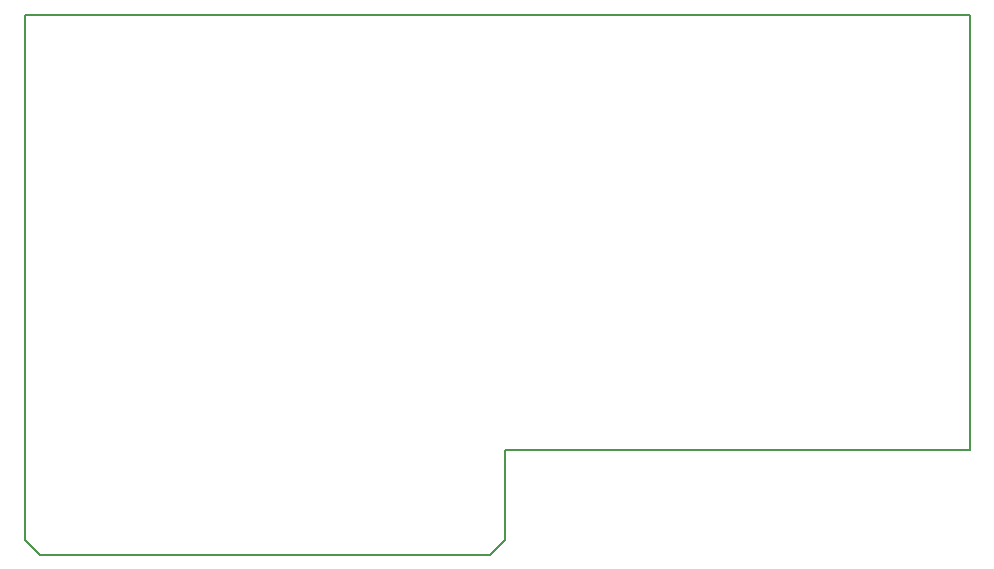
<source format=gbr>
G04 #@! TF.FileFunction,Profile,NP*
%FSLAX46Y46*%
G04 Gerber Fmt 4.6, Leading zero omitted, Abs format (unit mm)*
G04 Created by KiCad (PCBNEW 4.0.7) date Tuesday, March 06, 2018 'AMt' 10:20:30 AM*
%MOMM*%
%LPD*%
G01*
G04 APERTURE LIST*
%ADD10C,0.100000*%
%ADD11C,0.150000*%
G04 APERTURE END LIST*
D10*
D11*
X93980000Y-129540000D02*
X133350000Y-129540000D01*
X93980000Y-137160000D02*
X93980000Y-129540000D01*
X53340000Y-92710000D02*
X53340000Y-137160000D01*
X133350000Y-92710000D02*
X53340000Y-92710000D01*
X133350000Y-129540000D02*
X133350000Y-92710000D01*
X92710000Y-138430000D02*
X93980000Y-137160000D01*
X54610000Y-138430000D02*
X92710000Y-138430000D01*
X53340000Y-137160000D02*
X54610000Y-138430000D01*
M02*

</source>
